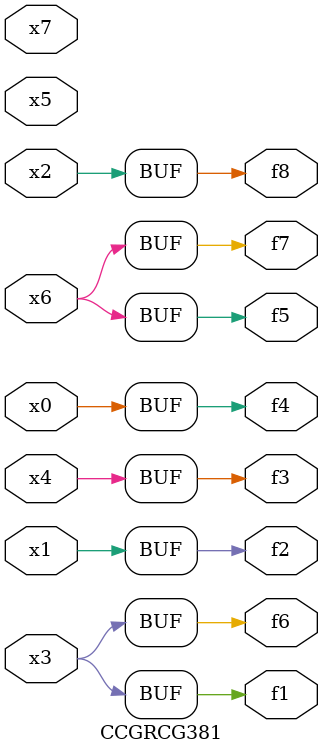
<source format=v>
module CCGRCG381(
	input x0, x1, x2, x3, x4, x5, x6, x7,
	output f1, f2, f3, f4, f5, f6, f7, f8
);
	assign f1 = x3;
	assign f2 = x1;
	assign f3 = x4;
	assign f4 = x0;
	assign f5 = x6;
	assign f6 = x3;
	assign f7 = x6;
	assign f8 = x2;
endmodule

</source>
